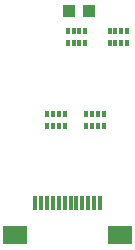
<source format=gbr>
%TF.GenerationSoftware,KiCad,Pcbnew,8.0.5-unknown-202409181836~355805756e~ubuntu22.04.1*%
%TF.CreationDate,2024-10-04T15:54:44+01:00*%
%TF.ProjectId,customFSReay,63757374-6f6d-4465-9352-6561792e6b69,rev?*%
%TF.SameCoordinates,Original*%
%TF.FileFunction,Paste,Top*%
%TF.FilePolarity,Positive*%
%FSLAX46Y46*%
G04 Gerber Fmt 4.6, Leading zero omitted, Abs format (unit mm)*
G04 Created by KiCad (PCBNEW 8.0.5-unknown-202409181836~355805756e~ubuntu22.04.1) date 2024-10-04 15:54:44*
%MOMM*%
%LPD*%
G01*
G04 APERTURE LIST*
G04 Aperture macros list*
%AMRoundRect*
0 Rectangle with rounded corners*
0 $1 Rounding radius*
0 $2 $3 $4 $5 $6 $7 $8 $9 X,Y pos of 4 corners*
0 Add a 4 corners polygon primitive as box body*
4,1,4,$2,$3,$4,$5,$6,$7,$8,$9,$2,$3,0*
0 Add four circle primitives for the rounded corners*
1,1,$1+$1,$2,$3*
1,1,$1+$1,$4,$5*
1,1,$1+$1,$6,$7*
1,1,$1+$1,$8,$9*
0 Add four rect primitives between the rounded corners*
20,1,$1+$1,$2,$3,$4,$5,0*
20,1,$1+$1,$4,$5,$6,$7,0*
20,1,$1+$1,$6,$7,$8,$9,0*
20,1,$1+$1,$8,$9,$2,$3,0*%
G04 Aperture macros list end*
%ADD10R,0.400000X0.500000*%
%ADD11R,0.300000X0.500000*%
%ADD12R,0.300000X1.300000*%
%ADD13R,2.000000X1.600000*%
%ADD14RoundRect,0.050800X0.499200X0.449200X-0.499200X0.449200X-0.499200X-0.449200X0.499200X-0.449200X0*%
G04 APERTURE END LIST*
D10*
%TO.C,RN1*%
X173150000Y-108250001D03*
D11*
X172650000Y-108250000D03*
X172150000Y-108250000D03*
D10*
X171650000Y-108250001D03*
X171650000Y-109249999D03*
D11*
X172150000Y-109250000D03*
X172650000Y-109250000D03*
D10*
X173150000Y-109249999D03*
%TD*%
D12*
%TO.C,FPC1*%
X165350000Y-122770000D03*
X165850000Y-122770000D03*
X166350000Y-122770000D03*
X166850000Y-122769999D03*
X167350000Y-122770000D03*
X167850000Y-122770000D03*
X168350000Y-122770000D03*
X168850000Y-122770000D03*
X169350000Y-122769999D03*
X169850000Y-122770000D03*
X170350000Y-122770000D03*
X170850000Y-122770000D03*
D13*
X163650000Y-125450000D03*
X172550000Y-125450000D03*
%TD*%
D10*
%TO.C,RN4*%
X166350000Y-116249999D03*
D11*
X166850000Y-116250000D03*
X167350000Y-116250000D03*
D10*
X167850000Y-116249999D03*
X167850000Y-115250001D03*
D11*
X167350000Y-115250000D03*
X166850000Y-115250000D03*
D10*
X166350000Y-115250001D03*
%TD*%
D14*
%TO.C,C1*%
X169900000Y-106550000D03*
X168200000Y-106550000D03*
%TD*%
D10*
%TO.C,RN2*%
X169650000Y-116249999D03*
D11*
X170150000Y-116250000D03*
X170650000Y-116250000D03*
D10*
X171150000Y-116249999D03*
X171150000Y-115250001D03*
D11*
X170650000Y-115250000D03*
X170150000Y-115250000D03*
D10*
X169650000Y-115250001D03*
%TD*%
%TO.C,RN3*%
X169600000Y-108250001D03*
D11*
X169100000Y-108250000D03*
X168600000Y-108250000D03*
D10*
X168100000Y-108250001D03*
X168100000Y-109249999D03*
D11*
X168600000Y-109250000D03*
X169100000Y-109250000D03*
D10*
X169600000Y-109249999D03*
%TD*%
M02*

</source>
